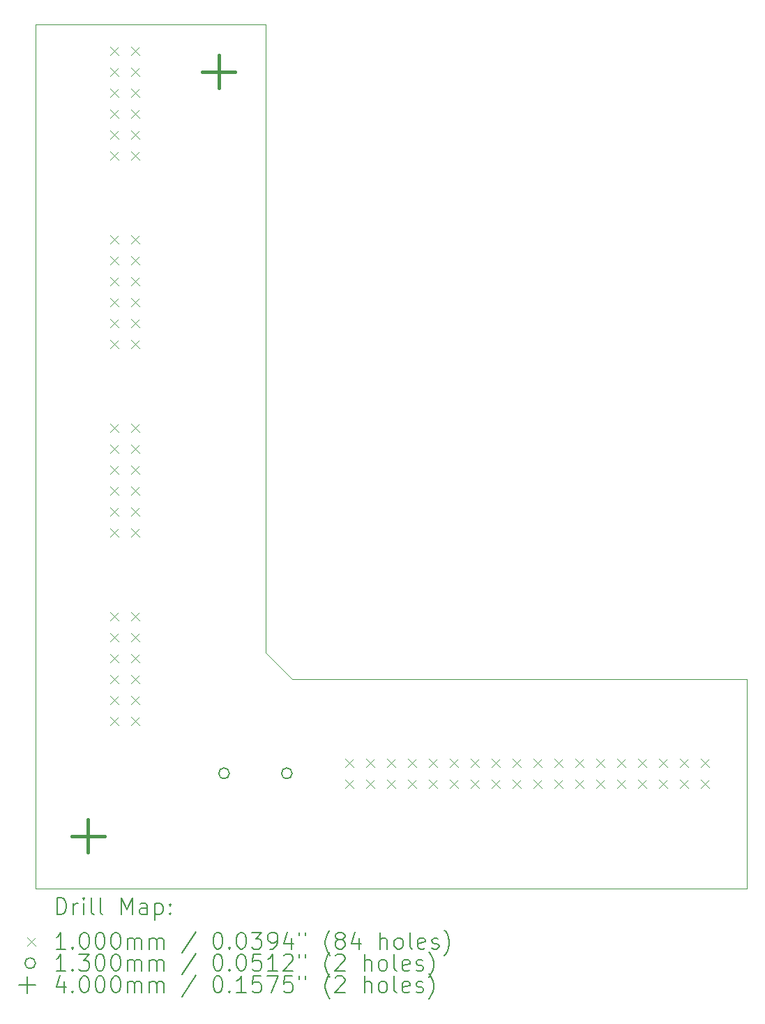
<source format=gbr>
%TF.GenerationSoftware,KiCad,Pcbnew,8.0.2*%
%TF.CreationDate,2024-05-14T21:46:58+09:00*%
%TF.ProjectId,Gender_A7-100_ArduinoDUE,47656e64-6572-45f4-9137-2d3130305f41,rev?*%
%TF.SameCoordinates,Original*%
%TF.FileFunction,Drillmap*%
%TF.FilePolarity,Positive*%
%FSLAX45Y45*%
G04 Gerber Fmt 4.5, Leading zero omitted, Abs format (unit mm)*
G04 Created by KiCad (PCBNEW 8.0.2) date 2024-05-14 21:46:58*
%MOMM*%
%LPD*%
G01*
G04 APERTURE LIST*
%ADD10C,0.050000*%
%ADD11C,0.200000*%
%ADD12C,0.100000*%
%ADD13C,0.130000*%
%ADD14C,0.400000*%
G04 APERTURE END LIST*
D10*
X9207500Y-4762500D02*
X9207500Y-15240000D01*
X12001500Y-4762500D02*
X9207500Y-4762500D01*
X12001500Y-12382500D02*
X12001500Y-4762500D01*
X12319000Y-12700000D02*
X12001500Y-12382500D01*
X17843500Y-12700000D02*
X12319000Y-12700000D01*
X17843500Y-15240000D02*
X17843500Y-12700000D01*
X9207500Y-15240000D02*
X17843500Y-15240000D01*
D11*
D12*
X10110000Y-5030000D02*
X10210000Y-5130000D01*
X10210000Y-5030000D02*
X10110000Y-5130000D01*
X10110000Y-5284000D02*
X10210000Y-5384000D01*
X10210000Y-5284000D02*
X10110000Y-5384000D01*
X10110000Y-5538000D02*
X10210000Y-5638000D01*
X10210000Y-5538000D02*
X10110000Y-5638000D01*
X10110000Y-5792000D02*
X10210000Y-5892000D01*
X10210000Y-5792000D02*
X10110000Y-5892000D01*
X10110000Y-6046000D02*
X10210000Y-6146000D01*
X10210000Y-6046000D02*
X10110000Y-6146000D01*
X10110000Y-6300000D02*
X10210000Y-6400000D01*
X10210000Y-6300000D02*
X10110000Y-6400000D01*
X10110000Y-7316000D02*
X10210000Y-7416000D01*
X10210000Y-7316000D02*
X10110000Y-7416000D01*
X10110000Y-7570000D02*
X10210000Y-7670000D01*
X10210000Y-7570000D02*
X10110000Y-7670000D01*
X10110000Y-7824000D02*
X10210000Y-7924000D01*
X10210000Y-7824000D02*
X10110000Y-7924000D01*
X10110000Y-8078000D02*
X10210000Y-8178000D01*
X10210000Y-8078000D02*
X10110000Y-8178000D01*
X10110000Y-8332000D02*
X10210000Y-8432000D01*
X10210000Y-8332000D02*
X10110000Y-8432000D01*
X10110000Y-8586000D02*
X10210000Y-8686000D01*
X10210000Y-8586000D02*
X10110000Y-8686000D01*
X10110000Y-9602000D02*
X10210000Y-9702000D01*
X10210000Y-9602000D02*
X10110000Y-9702000D01*
X10110000Y-9856000D02*
X10210000Y-9956000D01*
X10210000Y-9856000D02*
X10110000Y-9956000D01*
X10110000Y-10110000D02*
X10210000Y-10210000D01*
X10210000Y-10110000D02*
X10110000Y-10210000D01*
X10110000Y-10364000D02*
X10210000Y-10464000D01*
X10210000Y-10364000D02*
X10110000Y-10464000D01*
X10110000Y-10618000D02*
X10210000Y-10718000D01*
X10210000Y-10618000D02*
X10110000Y-10718000D01*
X10110000Y-10872000D02*
X10210000Y-10972000D01*
X10210000Y-10872000D02*
X10110000Y-10972000D01*
X10110000Y-11888000D02*
X10210000Y-11988000D01*
X10210000Y-11888000D02*
X10110000Y-11988000D01*
X10110000Y-12142000D02*
X10210000Y-12242000D01*
X10210000Y-12142000D02*
X10110000Y-12242000D01*
X10110000Y-12396000D02*
X10210000Y-12496000D01*
X10210000Y-12396000D02*
X10110000Y-12496000D01*
X10110000Y-12650000D02*
X10210000Y-12750000D01*
X10210000Y-12650000D02*
X10110000Y-12750000D01*
X10110000Y-12904000D02*
X10210000Y-13004000D01*
X10210000Y-12904000D02*
X10110000Y-13004000D01*
X10110000Y-13158000D02*
X10210000Y-13258000D01*
X10210000Y-13158000D02*
X10110000Y-13258000D01*
X10364000Y-5030000D02*
X10464000Y-5130000D01*
X10464000Y-5030000D02*
X10364000Y-5130000D01*
X10364000Y-5284000D02*
X10464000Y-5384000D01*
X10464000Y-5284000D02*
X10364000Y-5384000D01*
X10364000Y-5538000D02*
X10464000Y-5638000D01*
X10464000Y-5538000D02*
X10364000Y-5638000D01*
X10364000Y-5792000D02*
X10464000Y-5892000D01*
X10464000Y-5792000D02*
X10364000Y-5892000D01*
X10364000Y-6046000D02*
X10464000Y-6146000D01*
X10464000Y-6046000D02*
X10364000Y-6146000D01*
X10364000Y-6300000D02*
X10464000Y-6400000D01*
X10464000Y-6300000D02*
X10364000Y-6400000D01*
X10364000Y-7316000D02*
X10464000Y-7416000D01*
X10464000Y-7316000D02*
X10364000Y-7416000D01*
X10364000Y-7570000D02*
X10464000Y-7670000D01*
X10464000Y-7570000D02*
X10364000Y-7670000D01*
X10364000Y-7824000D02*
X10464000Y-7924000D01*
X10464000Y-7824000D02*
X10364000Y-7924000D01*
X10364000Y-8078000D02*
X10464000Y-8178000D01*
X10464000Y-8078000D02*
X10364000Y-8178000D01*
X10364000Y-8332000D02*
X10464000Y-8432000D01*
X10464000Y-8332000D02*
X10364000Y-8432000D01*
X10364000Y-8586000D02*
X10464000Y-8686000D01*
X10464000Y-8586000D02*
X10364000Y-8686000D01*
X10364000Y-9602000D02*
X10464000Y-9702000D01*
X10464000Y-9602000D02*
X10364000Y-9702000D01*
X10364000Y-9856000D02*
X10464000Y-9956000D01*
X10464000Y-9856000D02*
X10364000Y-9956000D01*
X10364000Y-10110000D02*
X10464000Y-10210000D01*
X10464000Y-10110000D02*
X10364000Y-10210000D01*
X10364000Y-10364000D02*
X10464000Y-10464000D01*
X10464000Y-10364000D02*
X10364000Y-10464000D01*
X10364000Y-10618000D02*
X10464000Y-10718000D01*
X10464000Y-10618000D02*
X10364000Y-10718000D01*
X10364000Y-10872000D02*
X10464000Y-10972000D01*
X10464000Y-10872000D02*
X10364000Y-10972000D01*
X10364000Y-11888000D02*
X10464000Y-11988000D01*
X10464000Y-11888000D02*
X10364000Y-11988000D01*
X10364000Y-12142000D02*
X10464000Y-12242000D01*
X10464000Y-12142000D02*
X10364000Y-12242000D01*
X10364000Y-12396000D02*
X10464000Y-12496000D01*
X10464000Y-12396000D02*
X10364000Y-12496000D01*
X10364000Y-12650000D02*
X10464000Y-12750000D01*
X10464000Y-12650000D02*
X10364000Y-12750000D01*
X10364000Y-12904000D02*
X10464000Y-13004000D01*
X10464000Y-12904000D02*
X10364000Y-13004000D01*
X10364000Y-13158000D02*
X10464000Y-13258000D01*
X10464000Y-13158000D02*
X10364000Y-13258000D01*
X12967500Y-13666000D02*
X13067500Y-13766000D01*
X13067500Y-13666000D02*
X12967500Y-13766000D01*
X12967500Y-13920000D02*
X13067500Y-14020000D01*
X13067500Y-13920000D02*
X12967500Y-14020000D01*
X13221500Y-13666000D02*
X13321500Y-13766000D01*
X13321500Y-13666000D02*
X13221500Y-13766000D01*
X13221500Y-13920000D02*
X13321500Y-14020000D01*
X13321500Y-13920000D02*
X13221500Y-14020000D01*
X13475500Y-13666000D02*
X13575500Y-13766000D01*
X13575500Y-13666000D02*
X13475500Y-13766000D01*
X13475500Y-13920000D02*
X13575500Y-14020000D01*
X13575500Y-13920000D02*
X13475500Y-14020000D01*
X13729500Y-13666000D02*
X13829500Y-13766000D01*
X13829500Y-13666000D02*
X13729500Y-13766000D01*
X13729500Y-13920000D02*
X13829500Y-14020000D01*
X13829500Y-13920000D02*
X13729500Y-14020000D01*
X13983500Y-13666000D02*
X14083500Y-13766000D01*
X14083500Y-13666000D02*
X13983500Y-13766000D01*
X13983500Y-13920000D02*
X14083500Y-14020000D01*
X14083500Y-13920000D02*
X13983500Y-14020000D01*
X14237500Y-13666000D02*
X14337500Y-13766000D01*
X14337500Y-13666000D02*
X14237500Y-13766000D01*
X14237500Y-13920000D02*
X14337500Y-14020000D01*
X14337500Y-13920000D02*
X14237500Y-14020000D01*
X14491500Y-13666000D02*
X14591500Y-13766000D01*
X14591500Y-13666000D02*
X14491500Y-13766000D01*
X14491500Y-13920000D02*
X14591500Y-14020000D01*
X14591500Y-13920000D02*
X14491500Y-14020000D01*
X14745500Y-13666000D02*
X14845500Y-13766000D01*
X14845500Y-13666000D02*
X14745500Y-13766000D01*
X14745500Y-13920000D02*
X14845500Y-14020000D01*
X14845500Y-13920000D02*
X14745500Y-14020000D01*
X14999500Y-13666000D02*
X15099500Y-13766000D01*
X15099500Y-13666000D02*
X14999500Y-13766000D01*
X14999500Y-13920000D02*
X15099500Y-14020000D01*
X15099500Y-13920000D02*
X14999500Y-14020000D01*
X15253500Y-13666000D02*
X15353500Y-13766000D01*
X15353500Y-13666000D02*
X15253500Y-13766000D01*
X15253500Y-13920000D02*
X15353500Y-14020000D01*
X15353500Y-13920000D02*
X15253500Y-14020000D01*
X15507500Y-13666000D02*
X15607500Y-13766000D01*
X15607500Y-13666000D02*
X15507500Y-13766000D01*
X15507500Y-13920000D02*
X15607500Y-14020000D01*
X15607500Y-13920000D02*
X15507500Y-14020000D01*
X15761500Y-13666000D02*
X15861500Y-13766000D01*
X15861500Y-13666000D02*
X15761500Y-13766000D01*
X15761500Y-13920000D02*
X15861500Y-14020000D01*
X15861500Y-13920000D02*
X15761500Y-14020000D01*
X16015500Y-13666000D02*
X16115500Y-13766000D01*
X16115500Y-13666000D02*
X16015500Y-13766000D01*
X16015500Y-13920000D02*
X16115500Y-14020000D01*
X16115500Y-13920000D02*
X16015500Y-14020000D01*
X16269500Y-13666000D02*
X16369500Y-13766000D01*
X16369500Y-13666000D02*
X16269500Y-13766000D01*
X16269500Y-13920000D02*
X16369500Y-14020000D01*
X16369500Y-13920000D02*
X16269500Y-14020000D01*
X16523500Y-13666000D02*
X16623500Y-13766000D01*
X16623500Y-13666000D02*
X16523500Y-13766000D01*
X16523500Y-13920000D02*
X16623500Y-14020000D01*
X16623500Y-13920000D02*
X16523500Y-14020000D01*
X16777500Y-13666000D02*
X16877500Y-13766000D01*
X16877500Y-13666000D02*
X16777500Y-13766000D01*
X16777500Y-13920000D02*
X16877500Y-14020000D01*
X16877500Y-13920000D02*
X16777500Y-14020000D01*
X17031500Y-13666000D02*
X17131500Y-13766000D01*
X17131500Y-13666000D02*
X17031500Y-13766000D01*
X17031500Y-13920000D02*
X17131500Y-14020000D01*
X17131500Y-13920000D02*
X17031500Y-14020000D01*
X17285500Y-13666000D02*
X17385500Y-13766000D01*
X17385500Y-13666000D02*
X17285500Y-13766000D01*
X17285500Y-13920000D02*
X17385500Y-14020000D01*
X17385500Y-13920000D02*
X17285500Y-14020000D01*
D13*
X11558500Y-13843000D02*
G75*
G02*
X11428500Y-13843000I-65000J0D01*
G01*
X11428500Y-13843000D02*
G75*
G02*
X11558500Y-13843000I65000J0D01*
G01*
X12320500Y-13843000D02*
G75*
G02*
X12190500Y-13843000I-65000J0D01*
G01*
X12190500Y-13843000D02*
G75*
G02*
X12320500Y-13843000I65000J0D01*
G01*
D14*
X9842500Y-14405000D02*
X9842500Y-14805000D01*
X9642500Y-14605000D02*
X10042500Y-14605000D01*
X11430000Y-5134000D02*
X11430000Y-5534000D01*
X11230000Y-5334000D02*
X11630000Y-5334000D01*
D11*
X9465777Y-15553984D02*
X9465777Y-15353984D01*
X9465777Y-15353984D02*
X9513396Y-15353984D01*
X9513396Y-15353984D02*
X9541967Y-15363508D01*
X9541967Y-15363508D02*
X9561015Y-15382555D01*
X9561015Y-15382555D02*
X9570539Y-15401603D01*
X9570539Y-15401603D02*
X9580063Y-15439698D01*
X9580063Y-15439698D02*
X9580063Y-15468269D01*
X9580063Y-15468269D02*
X9570539Y-15506365D01*
X9570539Y-15506365D02*
X9561015Y-15525412D01*
X9561015Y-15525412D02*
X9541967Y-15544460D01*
X9541967Y-15544460D02*
X9513396Y-15553984D01*
X9513396Y-15553984D02*
X9465777Y-15553984D01*
X9665777Y-15553984D02*
X9665777Y-15420650D01*
X9665777Y-15458746D02*
X9675301Y-15439698D01*
X9675301Y-15439698D02*
X9684824Y-15430174D01*
X9684824Y-15430174D02*
X9703872Y-15420650D01*
X9703872Y-15420650D02*
X9722920Y-15420650D01*
X9789586Y-15553984D02*
X9789586Y-15420650D01*
X9789586Y-15353984D02*
X9780063Y-15363508D01*
X9780063Y-15363508D02*
X9789586Y-15373031D01*
X9789586Y-15373031D02*
X9799110Y-15363508D01*
X9799110Y-15363508D02*
X9789586Y-15353984D01*
X9789586Y-15353984D02*
X9789586Y-15373031D01*
X9913396Y-15553984D02*
X9894348Y-15544460D01*
X9894348Y-15544460D02*
X9884824Y-15525412D01*
X9884824Y-15525412D02*
X9884824Y-15353984D01*
X10018158Y-15553984D02*
X9999110Y-15544460D01*
X9999110Y-15544460D02*
X9989586Y-15525412D01*
X9989586Y-15525412D02*
X9989586Y-15353984D01*
X10246729Y-15553984D02*
X10246729Y-15353984D01*
X10246729Y-15353984D02*
X10313396Y-15496841D01*
X10313396Y-15496841D02*
X10380063Y-15353984D01*
X10380063Y-15353984D02*
X10380063Y-15553984D01*
X10561015Y-15553984D02*
X10561015Y-15449222D01*
X10561015Y-15449222D02*
X10551491Y-15430174D01*
X10551491Y-15430174D02*
X10532444Y-15420650D01*
X10532444Y-15420650D02*
X10494348Y-15420650D01*
X10494348Y-15420650D02*
X10475301Y-15430174D01*
X10561015Y-15544460D02*
X10541967Y-15553984D01*
X10541967Y-15553984D02*
X10494348Y-15553984D01*
X10494348Y-15553984D02*
X10475301Y-15544460D01*
X10475301Y-15544460D02*
X10465777Y-15525412D01*
X10465777Y-15525412D02*
X10465777Y-15506365D01*
X10465777Y-15506365D02*
X10475301Y-15487317D01*
X10475301Y-15487317D02*
X10494348Y-15477793D01*
X10494348Y-15477793D02*
X10541967Y-15477793D01*
X10541967Y-15477793D02*
X10561015Y-15468269D01*
X10656253Y-15420650D02*
X10656253Y-15620650D01*
X10656253Y-15430174D02*
X10675301Y-15420650D01*
X10675301Y-15420650D02*
X10713396Y-15420650D01*
X10713396Y-15420650D02*
X10732444Y-15430174D01*
X10732444Y-15430174D02*
X10741967Y-15439698D01*
X10741967Y-15439698D02*
X10751491Y-15458746D01*
X10751491Y-15458746D02*
X10751491Y-15515888D01*
X10751491Y-15515888D02*
X10741967Y-15534936D01*
X10741967Y-15534936D02*
X10732444Y-15544460D01*
X10732444Y-15544460D02*
X10713396Y-15553984D01*
X10713396Y-15553984D02*
X10675301Y-15553984D01*
X10675301Y-15553984D02*
X10656253Y-15544460D01*
X10837205Y-15534936D02*
X10846729Y-15544460D01*
X10846729Y-15544460D02*
X10837205Y-15553984D01*
X10837205Y-15553984D02*
X10827682Y-15544460D01*
X10827682Y-15544460D02*
X10837205Y-15534936D01*
X10837205Y-15534936D02*
X10837205Y-15553984D01*
X10837205Y-15430174D02*
X10846729Y-15439698D01*
X10846729Y-15439698D02*
X10837205Y-15449222D01*
X10837205Y-15449222D02*
X10827682Y-15439698D01*
X10827682Y-15439698D02*
X10837205Y-15430174D01*
X10837205Y-15430174D02*
X10837205Y-15449222D01*
D12*
X9105000Y-15832500D02*
X9205000Y-15932500D01*
X9205000Y-15832500D02*
X9105000Y-15932500D01*
D11*
X9570539Y-15973984D02*
X9456253Y-15973984D01*
X9513396Y-15973984D02*
X9513396Y-15773984D01*
X9513396Y-15773984D02*
X9494348Y-15802555D01*
X9494348Y-15802555D02*
X9475301Y-15821603D01*
X9475301Y-15821603D02*
X9456253Y-15831127D01*
X9656253Y-15954936D02*
X9665777Y-15964460D01*
X9665777Y-15964460D02*
X9656253Y-15973984D01*
X9656253Y-15973984D02*
X9646729Y-15964460D01*
X9646729Y-15964460D02*
X9656253Y-15954936D01*
X9656253Y-15954936D02*
X9656253Y-15973984D01*
X9789586Y-15773984D02*
X9808634Y-15773984D01*
X9808634Y-15773984D02*
X9827682Y-15783508D01*
X9827682Y-15783508D02*
X9837205Y-15793031D01*
X9837205Y-15793031D02*
X9846729Y-15812079D01*
X9846729Y-15812079D02*
X9856253Y-15850174D01*
X9856253Y-15850174D02*
X9856253Y-15897793D01*
X9856253Y-15897793D02*
X9846729Y-15935888D01*
X9846729Y-15935888D02*
X9837205Y-15954936D01*
X9837205Y-15954936D02*
X9827682Y-15964460D01*
X9827682Y-15964460D02*
X9808634Y-15973984D01*
X9808634Y-15973984D02*
X9789586Y-15973984D01*
X9789586Y-15973984D02*
X9770539Y-15964460D01*
X9770539Y-15964460D02*
X9761015Y-15954936D01*
X9761015Y-15954936D02*
X9751491Y-15935888D01*
X9751491Y-15935888D02*
X9741967Y-15897793D01*
X9741967Y-15897793D02*
X9741967Y-15850174D01*
X9741967Y-15850174D02*
X9751491Y-15812079D01*
X9751491Y-15812079D02*
X9761015Y-15793031D01*
X9761015Y-15793031D02*
X9770539Y-15783508D01*
X9770539Y-15783508D02*
X9789586Y-15773984D01*
X9980063Y-15773984D02*
X9999110Y-15773984D01*
X9999110Y-15773984D02*
X10018158Y-15783508D01*
X10018158Y-15783508D02*
X10027682Y-15793031D01*
X10027682Y-15793031D02*
X10037205Y-15812079D01*
X10037205Y-15812079D02*
X10046729Y-15850174D01*
X10046729Y-15850174D02*
X10046729Y-15897793D01*
X10046729Y-15897793D02*
X10037205Y-15935888D01*
X10037205Y-15935888D02*
X10027682Y-15954936D01*
X10027682Y-15954936D02*
X10018158Y-15964460D01*
X10018158Y-15964460D02*
X9999110Y-15973984D01*
X9999110Y-15973984D02*
X9980063Y-15973984D01*
X9980063Y-15973984D02*
X9961015Y-15964460D01*
X9961015Y-15964460D02*
X9951491Y-15954936D01*
X9951491Y-15954936D02*
X9941967Y-15935888D01*
X9941967Y-15935888D02*
X9932444Y-15897793D01*
X9932444Y-15897793D02*
X9932444Y-15850174D01*
X9932444Y-15850174D02*
X9941967Y-15812079D01*
X9941967Y-15812079D02*
X9951491Y-15793031D01*
X9951491Y-15793031D02*
X9961015Y-15783508D01*
X9961015Y-15783508D02*
X9980063Y-15773984D01*
X10170539Y-15773984D02*
X10189586Y-15773984D01*
X10189586Y-15773984D02*
X10208634Y-15783508D01*
X10208634Y-15783508D02*
X10218158Y-15793031D01*
X10218158Y-15793031D02*
X10227682Y-15812079D01*
X10227682Y-15812079D02*
X10237205Y-15850174D01*
X10237205Y-15850174D02*
X10237205Y-15897793D01*
X10237205Y-15897793D02*
X10227682Y-15935888D01*
X10227682Y-15935888D02*
X10218158Y-15954936D01*
X10218158Y-15954936D02*
X10208634Y-15964460D01*
X10208634Y-15964460D02*
X10189586Y-15973984D01*
X10189586Y-15973984D02*
X10170539Y-15973984D01*
X10170539Y-15973984D02*
X10151491Y-15964460D01*
X10151491Y-15964460D02*
X10141967Y-15954936D01*
X10141967Y-15954936D02*
X10132444Y-15935888D01*
X10132444Y-15935888D02*
X10122920Y-15897793D01*
X10122920Y-15897793D02*
X10122920Y-15850174D01*
X10122920Y-15850174D02*
X10132444Y-15812079D01*
X10132444Y-15812079D02*
X10141967Y-15793031D01*
X10141967Y-15793031D02*
X10151491Y-15783508D01*
X10151491Y-15783508D02*
X10170539Y-15773984D01*
X10322920Y-15973984D02*
X10322920Y-15840650D01*
X10322920Y-15859698D02*
X10332444Y-15850174D01*
X10332444Y-15850174D02*
X10351491Y-15840650D01*
X10351491Y-15840650D02*
X10380063Y-15840650D01*
X10380063Y-15840650D02*
X10399110Y-15850174D01*
X10399110Y-15850174D02*
X10408634Y-15869222D01*
X10408634Y-15869222D02*
X10408634Y-15973984D01*
X10408634Y-15869222D02*
X10418158Y-15850174D01*
X10418158Y-15850174D02*
X10437205Y-15840650D01*
X10437205Y-15840650D02*
X10465777Y-15840650D01*
X10465777Y-15840650D02*
X10484825Y-15850174D01*
X10484825Y-15850174D02*
X10494348Y-15869222D01*
X10494348Y-15869222D02*
X10494348Y-15973984D01*
X10589586Y-15973984D02*
X10589586Y-15840650D01*
X10589586Y-15859698D02*
X10599110Y-15850174D01*
X10599110Y-15850174D02*
X10618158Y-15840650D01*
X10618158Y-15840650D02*
X10646729Y-15840650D01*
X10646729Y-15840650D02*
X10665777Y-15850174D01*
X10665777Y-15850174D02*
X10675301Y-15869222D01*
X10675301Y-15869222D02*
X10675301Y-15973984D01*
X10675301Y-15869222D02*
X10684825Y-15850174D01*
X10684825Y-15850174D02*
X10703872Y-15840650D01*
X10703872Y-15840650D02*
X10732444Y-15840650D01*
X10732444Y-15840650D02*
X10751491Y-15850174D01*
X10751491Y-15850174D02*
X10761015Y-15869222D01*
X10761015Y-15869222D02*
X10761015Y-15973984D01*
X11151491Y-15764460D02*
X10980063Y-16021603D01*
X11408634Y-15773984D02*
X11427682Y-15773984D01*
X11427682Y-15773984D02*
X11446729Y-15783508D01*
X11446729Y-15783508D02*
X11456253Y-15793031D01*
X11456253Y-15793031D02*
X11465777Y-15812079D01*
X11465777Y-15812079D02*
X11475301Y-15850174D01*
X11475301Y-15850174D02*
X11475301Y-15897793D01*
X11475301Y-15897793D02*
X11465777Y-15935888D01*
X11465777Y-15935888D02*
X11456253Y-15954936D01*
X11456253Y-15954936D02*
X11446729Y-15964460D01*
X11446729Y-15964460D02*
X11427682Y-15973984D01*
X11427682Y-15973984D02*
X11408634Y-15973984D01*
X11408634Y-15973984D02*
X11389586Y-15964460D01*
X11389586Y-15964460D02*
X11380063Y-15954936D01*
X11380063Y-15954936D02*
X11370539Y-15935888D01*
X11370539Y-15935888D02*
X11361015Y-15897793D01*
X11361015Y-15897793D02*
X11361015Y-15850174D01*
X11361015Y-15850174D02*
X11370539Y-15812079D01*
X11370539Y-15812079D02*
X11380063Y-15793031D01*
X11380063Y-15793031D02*
X11389586Y-15783508D01*
X11389586Y-15783508D02*
X11408634Y-15773984D01*
X11561015Y-15954936D02*
X11570539Y-15964460D01*
X11570539Y-15964460D02*
X11561015Y-15973984D01*
X11561015Y-15973984D02*
X11551491Y-15964460D01*
X11551491Y-15964460D02*
X11561015Y-15954936D01*
X11561015Y-15954936D02*
X11561015Y-15973984D01*
X11694348Y-15773984D02*
X11713396Y-15773984D01*
X11713396Y-15773984D02*
X11732444Y-15783508D01*
X11732444Y-15783508D02*
X11741967Y-15793031D01*
X11741967Y-15793031D02*
X11751491Y-15812079D01*
X11751491Y-15812079D02*
X11761015Y-15850174D01*
X11761015Y-15850174D02*
X11761015Y-15897793D01*
X11761015Y-15897793D02*
X11751491Y-15935888D01*
X11751491Y-15935888D02*
X11741967Y-15954936D01*
X11741967Y-15954936D02*
X11732444Y-15964460D01*
X11732444Y-15964460D02*
X11713396Y-15973984D01*
X11713396Y-15973984D02*
X11694348Y-15973984D01*
X11694348Y-15973984D02*
X11675301Y-15964460D01*
X11675301Y-15964460D02*
X11665777Y-15954936D01*
X11665777Y-15954936D02*
X11656253Y-15935888D01*
X11656253Y-15935888D02*
X11646729Y-15897793D01*
X11646729Y-15897793D02*
X11646729Y-15850174D01*
X11646729Y-15850174D02*
X11656253Y-15812079D01*
X11656253Y-15812079D02*
X11665777Y-15793031D01*
X11665777Y-15793031D02*
X11675301Y-15783508D01*
X11675301Y-15783508D02*
X11694348Y-15773984D01*
X11827682Y-15773984D02*
X11951491Y-15773984D01*
X11951491Y-15773984D02*
X11884825Y-15850174D01*
X11884825Y-15850174D02*
X11913396Y-15850174D01*
X11913396Y-15850174D02*
X11932444Y-15859698D01*
X11932444Y-15859698D02*
X11941967Y-15869222D01*
X11941967Y-15869222D02*
X11951491Y-15888269D01*
X11951491Y-15888269D02*
X11951491Y-15935888D01*
X11951491Y-15935888D02*
X11941967Y-15954936D01*
X11941967Y-15954936D02*
X11932444Y-15964460D01*
X11932444Y-15964460D02*
X11913396Y-15973984D01*
X11913396Y-15973984D02*
X11856253Y-15973984D01*
X11856253Y-15973984D02*
X11837206Y-15964460D01*
X11837206Y-15964460D02*
X11827682Y-15954936D01*
X12046729Y-15973984D02*
X12084825Y-15973984D01*
X12084825Y-15973984D02*
X12103872Y-15964460D01*
X12103872Y-15964460D02*
X12113396Y-15954936D01*
X12113396Y-15954936D02*
X12132444Y-15926365D01*
X12132444Y-15926365D02*
X12141967Y-15888269D01*
X12141967Y-15888269D02*
X12141967Y-15812079D01*
X12141967Y-15812079D02*
X12132444Y-15793031D01*
X12132444Y-15793031D02*
X12122920Y-15783508D01*
X12122920Y-15783508D02*
X12103872Y-15773984D01*
X12103872Y-15773984D02*
X12065777Y-15773984D01*
X12065777Y-15773984D02*
X12046729Y-15783508D01*
X12046729Y-15783508D02*
X12037206Y-15793031D01*
X12037206Y-15793031D02*
X12027682Y-15812079D01*
X12027682Y-15812079D02*
X12027682Y-15859698D01*
X12027682Y-15859698D02*
X12037206Y-15878746D01*
X12037206Y-15878746D02*
X12046729Y-15888269D01*
X12046729Y-15888269D02*
X12065777Y-15897793D01*
X12065777Y-15897793D02*
X12103872Y-15897793D01*
X12103872Y-15897793D02*
X12122920Y-15888269D01*
X12122920Y-15888269D02*
X12132444Y-15878746D01*
X12132444Y-15878746D02*
X12141967Y-15859698D01*
X12313396Y-15840650D02*
X12313396Y-15973984D01*
X12265777Y-15764460D02*
X12218158Y-15907317D01*
X12218158Y-15907317D02*
X12341967Y-15907317D01*
X12408634Y-15773984D02*
X12408634Y-15812079D01*
X12484825Y-15773984D02*
X12484825Y-15812079D01*
X12780063Y-16050174D02*
X12770539Y-16040650D01*
X12770539Y-16040650D02*
X12751491Y-16012079D01*
X12751491Y-16012079D02*
X12741968Y-15993031D01*
X12741968Y-15993031D02*
X12732444Y-15964460D01*
X12732444Y-15964460D02*
X12722920Y-15916841D01*
X12722920Y-15916841D02*
X12722920Y-15878746D01*
X12722920Y-15878746D02*
X12732444Y-15831127D01*
X12732444Y-15831127D02*
X12741968Y-15802555D01*
X12741968Y-15802555D02*
X12751491Y-15783508D01*
X12751491Y-15783508D02*
X12770539Y-15754936D01*
X12770539Y-15754936D02*
X12780063Y-15745412D01*
X12884825Y-15859698D02*
X12865777Y-15850174D01*
X12865777Y-15850174D02*
X12856253Y-15840650D01*
X12856253Y-15840650D02*
X12846729Y-15821603D01*
X12846729Y-15821603D02*
X12846729Y-15812079D01*
X12846729Y-15812079D02*
X12856253Y-15793031D01*
X12856253Y-15793031D02*
X12865777Y-15783508D01*
X12865777Y-15783508D02*
X12884825Y-15773984D01*
X12884825Y-15773984D02*
X12922920Y-15773984D01*
X12922920Y-15773984D02*
X12941968Y-15783508D01*
X12941968Y-15783508D02*
X12951491Y-15793031D01*
X12951491Y-15793031D02*
X12961015Y-15812079D01*
X12961015Y-15812079D02*
X12961015Y-15821603D01*
X12961015Y-15821603D02*
X12951491Y-15840650D01*
X12951491Y-15840650D02*
X12941968Y-15850174D01*
X12941968Y-15850174D02*
X12922920Y-15859698D01*
X12922920Y-15859698D02*
X12884825Y-15859698D01*
X12884825Y-15859698D02*
X12865777Y-15869222D01*
X12865777Y-15869222D02*
X12856253Y-15878746D01*
X12856253Y-15878746D02*
X12846729Y-15897793D01*
X12846729Y-15897793D02*
X12846729Y-15935888D01*
X12846729Y-15935888D02*
X12856253Y-15954936D01*
X12856253Y-15954936D02*
X12865777Y-15964460D01*
X12865777Y-15964460D02*
X12884825Y-15973984D01*
X12884825Y-15973984D02*
X12922920Y-15973984D01*
X12922920Y-15973984D02*
X12941968Y-15964460D01*
X12941968Y-15964460D02*
X12951491Y-15954936D01*
X12951491Y-15954936D02*
X12961015Y-15935888D01*
X12961015Y-15935888D02*
X12961015Y-15897793D01*
X12961015Y-15897793D02*
X12951491Y-15878746D01*
X12951491Y-15878746D02*
X12941968Y-15869222D01*
X12941968Y-15869222D02*
X12922920Y-15859698D01*
X13132444Y-15840650D02*
X13132444Y-15973984D01*
X13084825Y-15764460D02*
X13037206Y-15907317D01*
X13037206Y-15907317D02*
X13161015Y-15907317D01*
X13389587Y-15973984D02*
X13389587Y-15773984D01*
X13475301Y-15973984D02*
X13475301Y-15869222D01*
X13475301Y-15869222D02*
X13465777Y-15850174D01*
X13465777Y-15850174D02*
X13446730Y-15840650D01*
X13446730Y-15840650D02*
X13418158Y-15840650D01*
X13418158Y-15840650D02*
X13399110Y-15850174D01*
X13399110Y-15850174D02*
X13389587Y-15859698D01*
X13599110Y-15973984D02*
X13580063Y-15964460D01*
X13580063Y-15964460D02*
X13570539Y-15954936D01*
X13570539Y-15954936D02*
X13561015Y-15935888D01*
X13561015Y-15935888D02*
X13561015Y-15878746D01*
X13561015Y-15878746D02*
X13570539Y-15859698D01*
X13570539Y-15859698D02*
X13580063Y-15850174D01*
X13580063Y-15850174D02*
X13599110Y-15840650D01*
X13599110Y-15840650D02*
X13627682Y-15840650D01*
X13627682Y-15840650D02*
X13646730Y-15850174D01*
X13646730Y-15850174D02*
X13656253Y-15859698D01*
X13656253Y-15859698D02*
X13665777Y-15878746D01*
X13665777Y-15878746D02*
X13665777Y-15935888D01*
X13665777Y-15935888D02*
X13656253Y-15954936D01*
X13656253Y-15954936D02*
X13646730Y-15964460D01*
X13646730Y-15964460D02*
X13627682Y-15973984D01*
X13627682Y-15973984D02*
X13599110Y-15973984D01*
X13780063Y-15973984D02*
X13761015Y-15964460D01*
X13761015Y-15964460D02*
X13751491Y-15945412D01*
X13751491Y-15945412D02*
X13751491Y-15773984D01*
X13932444Y-15964460D02*
X13913396Y-15973984D01*
X13913396Y-15973984D02*
X13875301Y-15973984D01*
X13875301Y-15973984D02*
X13856253Y-15964460D01*
X13856253Y-15964460D02*
X13846730Y-15945412D01*
X13846730Y-15945412D02*
X13846730Y-15869222D01*
X13846730Y-15869222D02*
X13856253Y-15850174D01*
X13856253Y-15850174D02*
X13875301Y-15840650D01*
X13875301Y-15840650D02*
X13913396Y-15840650D01*
X13913396Y-15840650D02*
X13932444Y-15850174D01*
X13932444Y-15850174D02*
X13941968Y-15869222D01*
X13941968Y-15869222D02*
X13941968Y-15888269D01*
X13941968Y-15888269D02*
X13846730Y-15907317D01*
X14018158Y-15964460D02*
X14037206Y-15973984D01*
X14037206Y-15973984D02*
X14075301Y-15973984D01*
X14075301Y-15973984D02*
X14094349Y-15964460D01*
X14094349Y-15964460D02*
X14103872Y-15945412D01*
X14103872Y-15945412D02*
X14103872Y-15935888D01*
X14103872Y-15935888D02*
X14094349Y-15916841D01*
X14094349Y-15916841D02*
X14075301Y-15907317D01*
X14075301Y-15907317D02*
X14046730Y-15907317D01*
X14046730Y-15907317D02*
X14027682Y-15897793D01*
X14027682Y-15897793D02*
X14018158Y-15878746D01*
X14018158Y-15878746D02*
X14018158Y-15869222D01*
X14018158Y-15869222D02*
X14027682Y-15850174D01*
X14027682Y-15850174D02*
X14046730Y-15840650D01*
X14046730Y-15840650D02*
X14075301Y-15840650D01*
X14075301Y-15840650D02*
X14094349Y-15850174D01*
X14170539Y-16050174D02*
X14180063Y-16040650D01*
X14180063Y-16040650D02*
X14199111Y-16012079D01*
X14199111Y-16012079D02*
X14208634Y-15993031D01*
X14208634Y-15993031D02*
X14218158Y-15964460D01*
X14218158Y-15964460D02*
X14227682Y-15916841D01*
X14227682Y-15916841D02*
X14227682Y-15878746D01*
X14227682Y-15878746D02*
X14218158Y-15831127D01*
X14218158Y-15831127D02*
X14208634Y-15802555D01*
X14208634Y-15802555D02*
X14199111Y-15783508D01*
X14199111Y-15783508D02*
X14180063Y-15754936D01*
X14180063Y-15754936D02*
X14170539Y-15745412D01*
D13*
X9205000Y-16146500D02*
G75*
G02*
X9075000Y-16146500I-65000J0D01*
G01*
X9075000Y-16146500D02*
G75*
G02*
X9205000Y-16146500I65000J0D01*
G01*
D11*
X9570539Y-16237984D02*
X9456253Y-16237984D01*
X9513396Y-16237984D02*
X9513396Y-16037984D01*
X9513396Y-16037984D02*
X9494348Y-16066555D01*
X9494348Y-16066555D02*
X9475301Y-16085603D01*
X9475301Y-16085603D02*
X9456253Y-16095127D01*
X9656253Y-16218936D02*
X9665777Y-16228460D01*
X9665777Y-16228460D02*
X9656253Y-16237984D01*
X9656253Y-16237984D02*
X9646729Y-16228460D01*
X9646729Y-16228460D02*
X9656253Y-16218936D01*
X9656253Y-16218936D02*
X9656253Y-16237984D01*
X9732444Y-16037984D02*
X9856253Y-16037984D01*
X9856253Y-16037984D02*
X9789586Y-16114174D01*
X9789586Y-16114174D02*
X9818158Y-16114174D01*
X9818158Y-16114174D02*
X9837205Y-16123698D01*
X9837205Y-16123698D02*
X9846729Y-16133222D01*
X9846729Y-16133222D02*
X9856253Y-16152269D01*
X9856253Y-16152269D02*
X9856253Y-16199888D01*
X9856253Y-16199888D02*
X9846729Y-16218936D01*
X9846729Y-16218936D02*
X9837205Y-16228460D01*
X9837205Y-16228460D02*
X9818158Y-16237984D01*
X9818158Y-16237984D02*
X9761015Y-16237984D01*
X9761015Y-16237984D02*
X9741967Y-16228460D01*
X9741967Y-16228460D02*
X9732444Y-16218936D01*
X9980063Y-16037984D02*
X9999110Y-16037984D01*
X9999110Y-16037984D02*
X10018158Y-16047508D01*
X10018158Y-16047508D02*
X10027682Y-16057031D01*
X10027682Y-16057031D02*
X10037205Y-16076079D01*
X10037205Y-16076079D02*
X10046729Y-16114174D01*
X10046729Y-16114174D02*
X10046729Y-16161793D01*
X10046729Y-16161793D02*
X10037205Y-16199888D01*
X10037205Y-16199888D02*
X10027682Y-16218936D01*
X10027682Y-16218936D02*
X10018158Y-16228460D01*
X10018158Y-16228460D02*
X9999110Y-16237984D01*
X9999110Y-16237984D02*
X9980063Y-16237984D01*
X9980063Y-16237984D02*
X9961015Y-16228460D01*
X9961015Y-16228460D02*
X9951491Y-16218936D01*
X9951491Y-16218936D02*
X9941967Y-16199888D01*
X9941967Y-16199888D02*
X9932444Y-16161793D01*
X9932444Y-16161793D02*
X9932444Y-16114174D01*
X9932444Y-16114174D02*
X9941967Y-16076079D01*
X9941967Y-16076079D02*
X9951491Y-16057031D01*
X9951491Y-16057031D02*
X9961015Y-16047508D01*
X9961015Y-16047508D02*
X9980063Y-16037984D01*
X10170539Y-16037984D02*
X10189586Y-16037984D01*
X10189586Y-16037984D02*
X10208634Y-16047508D01*
X10208634Y-16047508D02*
X10218158Y-16057031D01*
X10218158Y-16057031D02*
X10227682Y-16076079D01*
X10227682Y-16076079D02*
X10237205Y-16114174D01*
X10237205Y-16114174D02*
X10237205Y-16161793D01*
X10237205Y-16161793D02*
X10227682Y-16199888D01*
X10227682Y-16199888D02*
X10218158Y-16218936D01*
X10218158Y-16218936D02*
X10208634Y-16228460D01*
X10208634Y-16228460D02*
X10189586Y-16237984D01*
X10189586Y-16237984D02*
X10170539Y-16237984D01*
X10170539Y-16237984D02*
X10151491Y-16228460D01*
X10151491Y-16228460D02*
X10141967Y-16218936D01*
X10141967Y-16218936D02*
X10132444Y-16199888D01*
X10132444Y-16199888D02*
X10122920Y-16161793D01*
X10122920Y-16161793D02*
X10122920Y-16114174D01*
X10122920Y-16114174D02*
X10132444Y-16076079D01*
X10132444Y-16076079D02*
X10141967Y-16057031D01*
X10141967Y-16057031D02*
X10151491Y-16047508D01*
X10151491Y-16047508D02*
X10170539Y-16037984D01*
X10322920Y-16237984D02*
X10322920Y-16104650D01*
X10322920Y-16123698D02*
X10332444Y-16114174D01*
X10332444Y-16114174D02*
X10351491Y-16104650D01*
X10351491Y-16104650D02*
X10380063Y-16104650D01*
X10380063Y-16104650D02*
X10399110Y-16114174D01*
X10399110Y-16114174D02*
X10408634Y-16133222D01*
X10408634Y-16133222D02*
X10408634Y-16237984D01*
X10408634Y-16133222D02*
X10418158Y-16114174D01*
X10418158Y-16114174D02*
X10437205Y-16104650D01*
X10437205Y-16104650D02*
X10465777Y-16104650D01*
X10465777Y-16104650D02*
X10484825Y-16114174D01*
X10484825Y-16114174D02*
X10494348Y-16133222D01*
X10494348Y-16133222D02*
X10494348Y-16237984D01*
X10589586Y-16237984D02*
X10589586Y-16104650D01*
X10589586Y-16123698D02*
X10599110Y-16114174D01*
X10599110Y-16114174D02*
X10618158Y-16104650D01*
X10618158Y-16104650D02*
X10646729Y-16104650D01*
X10646729Y-16104650D02*
X10665777Y-16114174D01*
X10665777Y-16114174D02*
X10675301Y-16133222D01*
X10675301Y-16133222D02*
X10675301Y-16237984D01*
X10675301Y-16133222D02*
X10684825Y-16114174D01*
X10684825Y-16114174D02*
X10703872Y-16104650D01*
X10703872Y-16104650D02*
X10732444Y-16104650D01*
X10732444Y-16104650D02*
X10751491Y-16114174D01*
X10751491Y-16114174D02*
X10761015Y-16133222D01*
X10761015Y-16133222D02*
X10761015Y-16237984D01*
X11151491Y-16028460D02*
X10980063Y-16285603D01*
X11408634Y-16037984D02*
X11427682Y-16037984D01*
X11427682Y-16037984D02*
X11446729Y-16047508D01*
X11446729Y-16047508D02*
X11456253Y-16057031D01*
X11456253Y-16057031D02*
X11465777Y-16076079D01*
X11465777Y-16076079D02*
X11475301Y-16114174D01*
X11475301Y-16114174D02*
X11475301Y-16161793D01*
X11475301Y-16161793D02*
X11465777Y-16199888D01*
X11465777Y-16199888D02*
X11456253Y-16218936D01*
X11456253Y-16218936D02*
X11446729Y-16228460D01*
X11446729Y-16228460D02*
X11427682Y-16237984D01*
X11427682Y-16237984D02*
X11408634Y-16237984D01*
X11408634Y-16237984D02*
X11389586Y-16228460D01*
X11389586Y-16228460D02*
X11380063Y-16218936D01*
X11380063Y-16218936D02*
X11370539Y-16199888D01*
X11370539Y-16199888D02*
X11361015Y-16161793D01*
X11361015Y-16161793D02*
X11361015Y-16114174D01*
X11361015Y-16114174D02*
X11370539Y-16076079D01*
X11370539Y-16076079D02*
X11380063Y-16057031D01*
X11380063Y-16057031D02*
X11389586Y-16047508D01*
X11389586Y-16047508D02*
X11408634Y-16037984D01*
X11561015Y-16218936D02*
X11570539Y-16228460D01*
X11570539Y-16228460D02*
X11561015Y-16237984D01*
X11561015Y-16237984D02*
X11551491Y-16228460D01*
X11551491Y-16228460D02*
X11561015Y-16218936D01*
X11561015Y-16218936D02*
X11561015Y-16237984D01*
X11694348Y-16037984D02*
X11713396Y-16037984D01*
X11713396Y-16037984D02*
X11732444Y-16047508D01*
X11732444Y-16047508D02*
X11741967Y-16057031D01*
X11741967Y-16057031D02*
X11751491Y-16076079D01*
X11751491Y-16076079D02*
X11761015Y-16114174D01*
X11761015Y-16114174D02*
X11761015Y-16161793D01*
X11761015Y-16161793D02*
X11751491Y-16199888D01*
X11751491Y-16199888D02*
X11741967Y-16218936D01*
X11741967Y-16218936D02*
X11732444Y-16228460D01*
X11732444Y-16228460D02*
X11713396Y-16237984D01*
X11713396Y-16237984D02*
X11694348Y-16237984D01*
X11694348Y-16237984D02*
X11675301Y-16228460D01*
X11675301Y-16228460D02*
X11665777Y-16218936D01*
X11665777Y-16218936D02*
X11656253Y-16199888D01*
X11656253Y-16199888D02*
X11646729Y-16161793D01*
X11646729Y-16161793D02*
X11646729Y-16114174D01*
X11646729Y-16114174D02*
X11656253Y-16076079D01*
X11656253Y-16076079D02*
X11665777Y-16057031D01*
X11665777Y-16057031D02*
X11675301Y-16047508D01*
X11675301Y-16047508D02*
X11694348Y-16037984D01*
X11941967Y-16037984D02*
X11846729Y-16037984D01*
X11846729Y-16037984D02*
X11837206Y-16133222D01*
X11837206Y-16133222D02*
X11846729Y-16123698D01*
X11846729Y-16123698D02*
X11865777Y-16114174D01*
X11865777Y-16114174D02*
X11913396Y-16114174D01*
X11913396Y-16114174D02*
X11932444Y-16123698D01*
X11932444Y-16123698D02*
X11941967Y-16133222D01*
X11941967Y-16133222D02*
X11951491Y-16152269D01*
X11951491Y-16152269D02*
X11951491Y-16199888D01*
X11951491Y-16199888D02*
X11941967Y-16218936D01*
X11941967Y-16218936D02*
X11932444Y-16228460D01*
X11932444Y-16228460D02*
X11913396Y-16237984D01*
X11913396Y-16237984D02*
X11865777Y-16237984D01*
X11865777Y-16237984D02*
X11846729Y-16228460D01*
X11846729Y-16228460D02*
X11837206Y-16218936D01*
X12141967Y-16237984D02*
X12027682Y-16237984D01*
X12084825Y-16237984D02*
X12084825Y-16037984D01*
X12084825Y-16037984D02*
X12065777Y-16066555D01*
X12065777Y-16066555D02*
X12046729Y-16085603D01*
X12046729Y-16085603D02*
X12027682Y-16095127D01*
X12218158Y-16057031D02*
X12227682Y-16047508D01*
X12227682Y-16047508D02*
X12246729Y-16037984D01*
X12246729Y-16037984D02*
X12294348Y-16037984D01*
X12294348Y-16037984D02*
X12313396Y-16047508D01*
X12313396Y-16047508D02*
X12322920Y-16057031D01*
X12322920Y-16057031D02*
X12332444Y-16076079D01*
X12332444Y-16076079D02*
X12332444Y-16095127D01*
X12332444Y-16095127D02*
X12322920Y-16123698D01*
X12322920Y-16123698D02*
X12208634Y-16237984D01*
X12208634Y-16237984D02*
X12332444Y-16237984D01*
X12408634Y-16037984D02*
X12408634Y-16076079D01*
X12484825Y-16037984D02*
X12484825Y-16076079D01*
X12780063Y-16314174D02*
X12770539Y-16304650D01*
X12770539Y-16304650D02*
X12751491Y-16276079D01*
X12751491Y-16276079D02*
X12741968Y-16257031D01*
X12741968Y-16257031D02*
X12732444Y-16228460D01*
X12732444Y-16228460D02*
X12722920Y-16180841D01*
X12722920Y-16180841D02*
X12722920Y-16142746D01*
X12722920Y-16142746D02*
X12732444Y-16095127D01*
X12732444Y-16095127D02*
X12741968Y-16066555D01*
X12741968Y-16066555D02*
X12751491Y-16047508D01*
X12751491Y-16047508D02*
X12770539Y-16018936D01*
X12770539Y-16018936D02*
X12780063Y-16009412D01*
X12846729Y-16057031D02*
X12856253Y-16047508D01*
X12856253Y-16047508D02*
X12875301Y-16037984D01*
X12875301Y-16037984D02*
X12922920Y-16037984D01*
X12922920Y-16037984D02*
X12941968Y-16047508D01*
X12941968Y-16047508D02*
X12951491Y-16057031D01*
X12951491Y-16057031D02*
X12961015Y-16076079D01*
X12961015Y-16076079D02*
X12961015Y-16095127D01*
X12961015Y-16095127D02*
X12951491Y-16123698D01*
X12951491Y-16123698D02*
X12837206Y-16237984D01*
X12837206Y-16237984D02*
X12961015Y-16237984D01*
X13199110Y-16237984D02*
X13199110Y-16037984D01*
X13284825Y-16237984D02*
X13284825Y-16133222D01*
X13284825Y-16133222D02*
X13275301Y-16114174D01*
X13275301Y-16114174D02*
X13256253Y-16104650D01*
X13256253Y-16104650D02*
X13227682Y-16104650D01*
X13227682Y-16104650D02*
X13208634Y-16114174D01*
X13208634Y-16114174D02*
X13199110Y-16123698D01*
X13408634Y-16237984D02*
X13389587Y-16228460D01*
X13389587Y-16228460D02*
X13380063Y-16218936D01*
X13380063Y-16218936D02*
X13370539Y-16199888D01*
X13370539Y-16199888D02*
X13370539Y-16142746D01*
X13370539Y-16142746D02*
X13380063Y-16123698D01*
X13380063Y-16123698D02*
X13389587Y-16114174D01*
X13389587Y-16114174D02*
X13408634Y-16104650D01*
X13408634Y-16104650D02*
X13437206Y-16104650D01*
X13437206Y-16104650D02*
X13456253Y-16114174D01*
X13456253Y-16114174D02*
X13465777Y-16123698D01*
X13465777Y-16123698D02*
X13475301Y-16142746D01*
X13475301Y-16142746D02*
X13475301Y-16199888D01*
X13475301Y-16199888D02*
X13465777Y-16218936D01*
X13465777Y-16218936D02*
X13456253Y-16228460D01*
X13456253Y-16228460D02*
X13437206Y-16237984D01*
X13437206Y-16237984D02*
X13408634Y-16237984D01*
X13589587Y-16237984D02*
X13570539Y-16228460D01*
X13570539Y-16228460D02*
X13561015Y-16209412D01*
X13561015Y-16209412D02*
X13561015Y-16037984D01*
X13741968Y-16228460D02*
X13722920Y-16237984D01*
X13722920Y-16237984D02*
X13684825Y-16237984D01*
X13684825Y-16237984D02*
X13665777Y-16228460D01*
X13665777Y-16228460D02*
X13656253Y-16209412D01*
X13656253Y-16209412D02*
X13656253Y-16133222D01*
X13656253Y-16133222D02*
X13665777Y-16114174D01*
X13665777Y-16114174D02*
X13684825Y-16104650D01*
X13684825Y-16104650D02*
X13722920Y-16104650D01*
X13722920Y-16104650D02*
X13741968Y-16114174D01*
X13741968Y-16114174D02*
X13751491Y-16133222D01*
X13751491Y-16133222D02*
X13751491Y-16152269D01*
X13751491Y-16152269D02*
X13656253Y-16171317D01*
X13827682Y-16228460D02*
X13846730Y-16237984D01*
X13846730Y-16237984D02*
X13884825Y-16237984D01*
X13884825Y-16237984D02*
X13903872Y-16228460D01*
X13903872Y-16228460D02*
X13913396Y-16209412D01*
X13913396Y-16209412D02*
X13913396Y-16199888D01*
X13913396Y-16199888D02*
X13903872Y-16180841D01*
X13903872Y-16180841D02*
X13884825Y-16171317D01*
X13884825Y-16171317D02*
X13856253Y-16171317D01*
X13856253Y-16171317D02*
X13837206Y-16161793D01*
X13837206Y-16161793D02*
X13827682Y-16142746D01*
X13827682Y-16142746D02*
X13827682Y-16133222D01*
X13827682Y-16133222D02*
X13837206Y-16114174D01*
X13837206Y-16114174D02*
X13856253Y-16104650D01*
X13856253Y-16104650D02*
X13884825Y-16104650D01*
X13884825Y-16104650D02*
X13903872Y-16114174D01*
X13980063Y-16314174D02*
X13989587Y-16304650D01*
X13989587Y-16304650D02*
X14008634Y-16276079D01*
X14008634Y-16276079D02*
X14018158Y-16257031D01*
X14018158Y-16257031D02*
X14027682Y-16228460D01*
X14027682Y-16228460D02*
X14037206Y-16180841D01*
X14037206Y-16180841D02*
X14037206Y-16142746D01*
X14037206Y-16142746D02*
X14027682Y-16095127D01*
X14027682Y-16095127D02*
X14018158Y-16066555D01*
X14018158Y-16066555D02*
X14008634Y-16047508D01*
X14008634Y-16047508D02*
X13989587Y-16018936D01*
X13989587Y-16018936D02*
X13980063Y-16009412D01*
X9105000Y-16310500D02*
X9105000Y-16510500D01*
X9005000Y-16410500D02*
X9205000Y-16410500D01*
X9551491Y-16368650D02*
X9551491Y-16501984D01*
X9503872Y-16292460D02*
X9456253Y-16435317D01*
X9456253Y-16435317D02*
X9580063Y-16435317D01*
X9656253Y-16482936D02*
X9665777Y-16492460D01*
X9665777Y-16492460D02*
X9656253Y-16501984D01*
X9656253Y-16501984D02*
X9646729Y-16492460D01*
X9646729Y-16492460D02*
X9656253Y-16482936D01*
X9656253Y-16482936D02*
X9656253Y-16501984D01*
X9789586Y-16301984D02*
X9808634Y-16301984D01*
X9808634Y-16301984D02*
X9827682Y-16311508D01*
X9827682Y-16311508D02*
X9837205Y-16321031D01*
X9837205Y-16321031D02*
X9846729Y-16340079D01*
X9846729Y-16340079D02*
X9856253Y-16378174D01*
X9856253Y-16378174D02*
X9856253Y-16425793D01*
X9856253Y-16425793D02*
X9846729Y-16463888D01*
X9846729Y-16463888D02*
X9837205Y-16482936D01*
X9837205Y-16482936D02*
X9827682Y-16492460D01*
X9827682Y-16492460D02*
X9808634Y-16501984D01*
X9808634Y-16501984D02*
X9789586Y-16501984D01*
X9789586Y-16501984D02*
X9770539Y-16492460D01*
X9770539Y-16492460D02*
X9761015Y-16482936D01*
X9761015Y-16482936D02*
X9751491Y-16463888D01*
X9751491Y-16463888D02*
X9741967Y-16425793D01*
X9741967Y-16425793D02*
X9741967Y-16378174D01*
X9741967Y-16378174D02*
X9751491Y-16340079D01*
X9751491Y-16340079D02*
X9761015Y-16321031D01*
X9761015Y-16321031D02*
X9770539Y-16311508D01*
X9770539Y-16311508D02*
X9789586Y-16301984D01*
X9980063Y-16301984D02*
X9999110Y-16301984D01*
X9999110Y-16301984D02*
X10018158Y-16311508D01*
X10018158Y-16311508D02*
X10027682Y-16321031D01*
X10027682Y-16321031D02*
X10037205Y-16340079D01*
X10037205Y-16340079D02*
X10046729Y-16378174D01*
X10046729Y-16378174D02*
X10046729Y-16425793D01*
X10046729Y-16425793D02*
X10037205Y-16463888D01*
X10037205Y-16463888D02*
X10027682Y-16482936D01*
X10027682Y-16482936D02*
X10018158Y-16492460D01*
X10018158Y-16492460D02*
X9999110Y-16501984D01*
X9999110Y-16501984D02*
X9980063Y-16501984D01*
X9980063Y-16501984D02*
X9961015Y-16492460D01*
X9961015Y-16492460D02*
X9951491Y-16482936D01*
X9951491Y-16482936D02*
X9941967Y-16463888D01*
X9941967Y-16463888D02*
X9932444Y-16425793D01*
X9932444Y-16425793D02*
X9932444Y-16378174D01*
X9932444Y-16378174D02*
X9941967Y-16340079D01*
X9941967Y-16340079D02*
X9951491Y-16321031D01*
X9951491Y-16321031D02*
X9961015Y-16311508D01*
X9961015Y-16311508D02*
X9980063Y-16301984D01*
X10170539Y-16301984D02*
X10189586Y-16301984D01*
X10189586Y-16301984D02*
X10208634Y-16311508D01*
X10208634Y-16311508D02*
X10218158Y-16321031D01*
X10218158Y-16321031D02*
X10227682Y-16340079D01*
X10227682Y-16340079D02*
X10237205Y-16378174D01*
X10237205Y-16378174D02*
X10237205Y-16425793D01*
X10237205Y-16425793D02*
X10227682Y-16463888D01*
X10227682Y-16463888D02*
X10218158Y-16482936D01*
X10218158Y-16482936D02*
X10208634Y-16492460D01*
X10208634Y-16492460D02*
X10189586Y-16501984D01*
X10189586Y-16501984D02*
X10170539Y-16501984D01*
X10170539Y-16501984D02*
X10151491Y-16492460D01*
X10151491Y-16492460D02*
X10141967Y-16482936D01*
X10141967Y-16482936D02*
X10132444Y-16463888D01*
X10132444Y-16463888D02*
X10122920Y-16425793D01*
X10122920Y-16425793D02*
X10122920Y-16378174D01*
X10122920Y-16378174D02*
X10132444Y-16340079D01*
X10132444Y-16340079D02*
X10141967Y-16321031D01*
X10141967Y-16321031D02*
X10151491Y-16311508D01*
X10151491Y-16311508D02*
X10170539Y-16301984D01*
X10322920Y-16501984D02*
X10322920Y-16368650D01*
X10322920Y-16387698D02*
X10332444Y-16378174D01*
X10332444Y-16378174D02*
X10351491Y-16368650D01*
X10351491Y-16368650D02*
X10380063Y-16368650D01*
X10380063Y-16368650D02*
X10399110Y-16378174D01*
X10399110Y-16378174D02*
X10408634Y-16397222D01*
X10408634Y-16397222D02*
X10408634Y-16501984D01*
X10408634Y-16397222D02*
X10418158Y-16378174D01*
X10418158Y-16378174D02*
X10437205Y-16368650D01*
X10437205Y-16368650D02*
X10465777Y-16368650D01*
X10465777Y-16368650D02*
X10484825Y-16378174D01*
X10484825Y-16378174D02*
X10494348Y-16397222D01*
X10494348Y-16397222D02*
X10494348Y-16501984D01*
X10589586Y-16501984D02*
X10589586Y-16368650D01*
X10589586Y-16387698D02*
X10599110Y-16378174D01*
X10599110Y-16378174D02*
X10618158Y-16368650D01*
X10618158Y-16368650D02*
X10646729Y-16368650D01*
X10646729Y-16368650D02*
X10665777Y-16378174D01*
X10665777Y-16378174D02*
X10675301Y-16397222D01*
X10675301Y-16397222D02*
X10675301Y-16501984D01*
X10675301Y-16397222D02*
X10684825Y-16378174D01*
X10684825Y-16378174D02*
X10703872Y-16368650D01*
X10703872Y-16368650D02*
X10732444Y-16368650D01*
X10732444Y-16368650D02*
X10751491Y-16378174D01*
X10751491Y-16378174D02*
X10761015Y-16397222D01*
X10761015Y-16397222D02*
X10761015Y-16501984D01*
X11151491Y-16292460D02*
X10980063Y-16549603D01*
X11408634Y-16301984D02*
X11427682Y-16301984D01*
X11427682Y-16301984D02*
X11446729Y-16311508D01*
X11446729Y-16311508D02*
X11456253Y-16321031D01*
X11456253Y-16321031D02*
X11465777Y-16340079D01*
X11465777Y-16340079D02*
X11475301Y-16378174D01*
X11475301Y-16378174D02*
X11475301Y-16425793D01*
X11475301Y-16425793D02*
X11465777Y-16463888D01*
X11465777Y-16463888D02*
X11456253Y-16482936D01*
X11456253Y-16482936D02*
X11446729Y-16492460D01*
X11446729Y-16492460D02*
X11427682Y-16501984D01*
X11427682Y-16501984D02*
X11408634Y-16501984D01*
X11408634Y-16501984D02*
X11389586Y-16492460D01*
X11389586Y-16492460D02*
X11380063Y-16482936D01*
X11380063Y-16482936D02*
X11370539Y-16463888D01*
X11370539Y-16463888D02*
X11361015Y-16425793D01*
X11361015Y-16425793D02*
X11361015Y-16378174D01*
X11361015Y-16378174D02*
X11370539Y-16340079D01*
X11370539Y-16340079D02*
X11380063Y-16321031D01*
X11380063Y-16321031D02*
X11389586Y-16311508D01*
X11389586Y-16311508D02*
X11408634Y-16301984D01*
X11561015Y-16482936D02*
X11570539Y-16492460D01*
X11570539Y-16492460D02*
X11561015Y-16501984D01*
X11561015Y-16501984D02*
X11551491Y-16492460D01*
X11551491Y-16492460D02*
X11561015Y-16482936D01*
X11561015Y-16482936D02*
X11561015Y-16501984D01*
X11761015Y-16501984D02*
X11646729Y-16501984D01*
X11703872Y-16501984D02*
X11703872Y-16301984D01*
X11703872Y-16301984D02*
X11684825Y-16330555D01*
X11684825Y-16330555D02*
X11665777Y-16349603D01*
X11665777Y-16349603D02*
X11646729Y-16359127D01*
X11941967Y-16301984D02*
X11846729Y-16301984D01*
X11846729Y-16301984D02*
X11837206Y-16397222D01*
X11837206Y-16397222D02*
X11846729Y-16387698D01*
X11846729Y-16387698D02*
X11865777Y-16378174D01*
X11865777Y-16378174D02*
X11913396Y-16378174D01*
X11913396Y-16378174D02*
X11932444Y-16387698D01*
X11932444Y-16387698D02*
X11941967Y-16397222D01*
X11941967Y-16397222D02*
X11951491Y-16416269D01*
X11951491Y-16416269D02*
X11951491Y-16463888D01*
X11951491Y-16463888D02*
X11941967Y-16482936D01*
X11941967Y-16482936D02*
X11932444Y-16492460D01*
X11932444Y-16492460D02*
X11913396Y-16501984D01*
X11913396Y-16501984D02*
X11865777Y-16501984D01*
X11865777Y-16501984D02*
X11846729Y-16492460D01*
X11846729Y-16492460D02*
X11837206Y-16482936D01*
X12018158Y-16301984D02*
X12151491Y-16301984D01*
X12151491Y-16301984D02*
X12065777Y-16501984D01*
X12322920Y-16301984D02*
X12227682Y-16301984D01*
X12227682Y-16301984D02*
X12218158Y-16397222D01*
X12218158Y-16397222D02*
X12227682Y-16387698D01*
X12227682Y-16387698D02*
X12246729Y-16378174D01*
X12246729Y-16378174D02*
X12294348Y-16378174D01*
X12294348Y-16378174D02*
X12313396Y-16387698D01*
X12313396Y-16387698D02*
X12322920Y-16397222D01*
X12322920Y-16397222D02*
X12332444Y-16416269D01*
X12332444Y-16416269D02*
X12332444Y-16463888D01*
X12332444Y-16463888D02*
X12322920Y-16482936D01*
X12322920Y-16482936D02*
X12313396Y-16492460D01*
X12313396Y-16492460D02*
X12294348Y-16501984D01*
X12294348Y-16501984D02*
X12246729Y-16501984D01*
X12246729Y-16501984D02*
X12227682Y-16492460D01*
X12227682Y-16492460D02*
X12218158Y-16482936D01*
X12408634Y-16301984D02*
X12408634Y-16340079D01*
X12484825Y-16301984D02*
X12484825Y-16340079D01*
X12780063Y-16578174D02*
X12770539Y-16568650D01*
X12770539Y-16568650D02*
X12751491Y-16540079D01*
X12751491Y-16540079D02*
X12741968Y-16521031D01*
X12741968Y-16521031D02*
X12732444Y-16492460D01*
X12732444Y-16492460D02*
X12722920Y-16444841D01*
X12722920Y-16444841D02*
X12722920Y-16406746D01*
X12722920Y-16406746D02*
X12732444Y-16359127D01*
X12732444Y-16359127D02*
X12741968Y-16330555D01*
X12741968Y-16330555D02*
X12751491Y-16311508D01*
X12751491Y-16311508D02*
X12770539Y-16282936D01*
X12770539Y-16282936D02*
X12780063Y-16273412D01*
X12846729Y-16321031D02*
X12856253Y-16311508D01*
X12856253Y-16311508D02*
X12875301Y-16301984D01*
X12875301Y-16301984D02*
X12922920Y-16301984D01*
X12922920Y-16301984D02*
X12941968Y-16311508D01*
X12941968Y-16311508D02*
X12951491Y-16321031D01*
X12951491Y-16321031D02*
X12961015Y-16340079D01*
X12961015Y-16340079D02*
X12961015Y-16359127D01*
X12961015Y-16359127D02*
X12951491Y-16387698D01*
X12951491Y-16387698D02*
X12837206Y-16501984D01*
X12837206Y-16501984D02*
X12961015Y-16501984D01*
X13199110Y-16501984D02*
X13199110Y-16301984D01*
X13284825Y-16501984D02*
X13284825Y-16397222D01*
X13284825Y-16397222D02*
X13275301Y-16378174D01*
X13275301Y-16378174D02*
X13256253Y-16368650D01*
X13256253Y-16368650D02*
X13227682Y-16368650D01*
X13227682Y-16368650D02*
X13208634Y-16378174D01*
X13208634Y-16378174D02*
X13199110Y-16387698D01*
X13408634Y-16501984D02*
X13389587Y-16492460D01*
X13389587Y-16492460D02*
X13380063Y-16482936D01*
X13380063Y-16482936D02*
X13370539Y-16463888D01*
X13370539Y-16463888D02*
X13370539Y-16406746D01*
X13370539Y-16406746D02*
X13380063Y-16387698D01*
X13380063Y-16387698D02*
X13389587Y-16378174D01*
X13389587Y-16378174D02*
X13408634Y-16368650D01*
X13408634Y-16368650D02*
X13437206Y-16368650D01*
X13437206Y-16368650D02*
X13456253Y-16378174D01*
X13456253Y-16378174D02*
X13465777Y-16387698D01*
X13465777Y-16387698D02*
X13475301Y-16406746D01*
X13475301Y-16406746D02*
X13475301Y-16463888D01*
X13475301Y-16463888D02*
X13465777Y-16482936D01*
X13465777Y-16482936D02*
X13456253Y-16492460D01*
X13456253Y-16492460D02*
X13437206Y-16501984D01*
X13437206Y-16501984D02*
X13408634Y-16501984D01*
X13589587Y-16501984D02*
X13570539Y-16492460D01*
X13570539Y-16492460D02*
X13561015Y-16473412D01*
X13561015Y-16473412D02*
X13561015Y-16301984D01*
X13741968Y-16492460D02*
X13722920Y-16501984D01*
X13722920Y-16501984D02*
X13684825Y-16501984D01*
X13684825Y-16501984D02*
X13665777Y-16492460D01*
X13665777Y-16492460D02*
X13656253Y-16473412D01*
X13656253Y-16473412D02*
X13656253Y-16397222D01*
X13656253Y-16397222D02*
X13665777Y-16378174D01*
X13665777Y-16378174D02*
X13684825Y-16368650D01*
X13684825Y-16368650D02*
X13722920Y-16368650D01*
X13722920Y-16368650D02*
X13741968Y-16378174D01*
X13741968Y-16378174D02*
X13751491Y-16397222D01*
X13751491Y-16397222D02*
X13751491Y-16416269D01*
X13751491Y-16416269D02*
X13656253Y-16435317D01*
X13827682Y-16492460D02*
X13846730Y-16501984D01*
X13846730Y-16501984D02*
X13884825Y-16501984D01*
X13884825Y-16501984D02*
X13903872Y-16492460D01*
X13903872Y-16492460D02*
X13913396Y-16473412D01*
X13913396Y-16473412D02*
X13913396Y-16463888D01*
X13913396Y-16463888D02*
X13903872Y-16444841D01*
X13903872Y-16444841D02*
X13884825Y-16435317D01*
X13884825Y-16435317D02*
X13856253Y-16435317D01*
X13856253Y-16435317D02*
X13837206Y-16425793D01*
X13837206Y-16425793D02*
X13827682Y-16406746D01*
X13827682Y-16406746D02*
X13827682Y-16397222D01*
X13827682Y-16397222D02*
X13837206Y-16378174D01*
X13837206Y-16378174D02*
X13856253Y-16368650D01*
X13856253Y-16368650D02*
X13884825Y-16368650D01*
X13884825Y-16368650D02*
X13903872Y-16378174D01*
X13980063Y-16578174D02*
X13989587Y-16568650D01*
X13989587Y-16568650D02*
X14008634Y-16540079D01*
X14008634Y-16540079D02*
X14018158Y-16521031D01*
X14018158Y-16521031D02*
X14027682Y-16492460D01*
X14027682Y-16492460D02*
X14037206Y-16444841D01*
X14037206Y-16444841D02*
X14037206Y-16406746D01*
X14037206Y-16406746D02*
X14027682Y-16359127D01*
X14027682Y-16359127D02*
X14018158Y-16330555D01*
X14018158Y-16330555D02*
X14008634Y-16311508D01*
X14008634Y-16311508D02*
X13989587Y-16282936D01*
X13989587Y-16282936D02*
X13980063Y-16273412D01*
M02*

</source>
